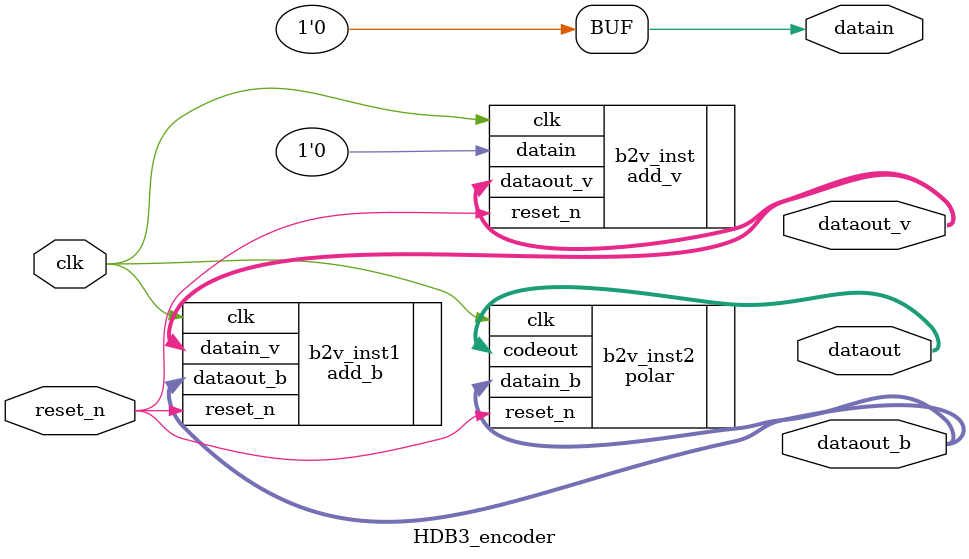
<source format=v>
module HDB3_encoder(
	clk,
	reset_n,
	datain,
	dataout_v,
	dataout_b,
	dataout
);


input wire	reset_n;
input wire	clk;

output wire	[2:0] dataout;
output wire datain ;

assign datain = 1'b0;

output wire	[1:0] dataout_v;
output wire	[1:0] dataout_b;


add_v	b2v_inst(
	.reset_n(reset_n),
	.clk(clk),
	.datain(datain),
	.dataout_v(dataout_v));


add_b	b2v_inst1(
	.clk(clk),
	.reset_n(reset_n),
	.datain_v(dataout_v),
	.dataout_b(dataout_b));


polar	b2v_inst2(
	.clk(clk),
	.reset_n(reset_n),
	.datain_b(dataout_b),
	.codeout(dataout));

endmodule

</source>
